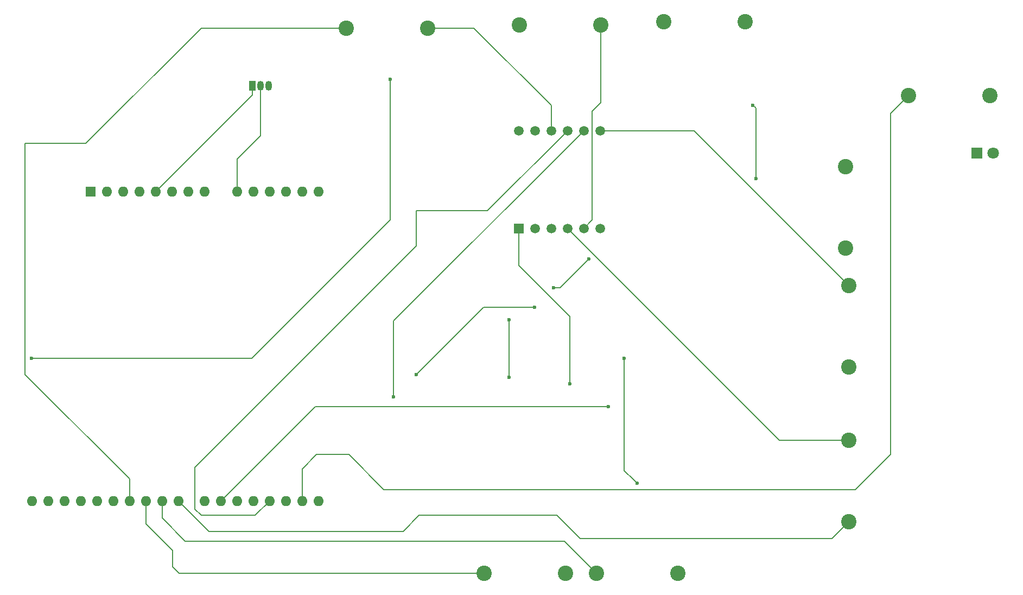
<source format=gbr>
%TF.GenerationSoftware,KiCad,Pcbnew,9.0.4*%
%TF.CreationDate,2025-12-30T13:48:10+01:00*%
%TF.ProjectId,Capteur_temperature,43617074-6575-4725-9f74-656d70657261,rev?*%
%TF.SameCoordinates,Original*%
%TF.FileFunction,Copper,L1,Top*%
%TF.FilePolarity,Positive*%
%FSLAX46Y46*%
G04 Gerber Fmt 4.6, Leading zero omitted, Abs format (unit mm)*
G04 Created by KiCad (PCBNEW 9.0.4) date 2025-12-30 13:48:10*
%MOMM*%
%LPD*%
G01*
G04 APERTURE LIST*
%TA.AperFunction,ComponentPad*%
%ADD10C,2.400000*%
%TD*%
%TA.AperFunction,ComponentPad*%
%ADD11R,1.050000X1.500000*%
%TD*%
%TA.AperFunction,ComponentPad*%
%ADD12O,1.050000X1.500000*%
%TD*%
%TA.AperFunction,ComponentPad*%
%ADD13R,1.800000X1.800000*%
%TD*%
%TA.AperFunction,ComponentPad*%
%ADD14C,1.800000*%
%TD*%
%TA.AperFunction,ComponentPad*%
%ADD15R,1.600000X1.600000*%
%TD*%
%TA.AperFunction,ComponentPad*%
%ADD16O,1.600000X1.600000*%
%TD*%
%TA.AperFunction,ComponentPad*%
%ADD17R,1.500000X1.500000*%
%TD*%
%TA.AperFunction,ComponentPad*%
%ADD18C,1.500000*%
%TD*%
%TA.AperFunction,ViaPad*%
%ADD19C,0.600000*%
%TD*%
%TA.AperFunction,Conductor*%
%ADD20C,0.200000*%
%TD*%
G04 APERTURE END LIST*
D10*
%TO.P,RE1,1*%
%TO.N,Net-(U1-e)*%
X147850000Y-129500000D03*
%TO.P,RE1,2*%
%TO.N,Net-(A1-D10)*%
X135150000Y-129500000D03*
%TD*%
%TO.P,RC1,1*%
%TO.N,Net-(U1-c)*%
X192000000Y-108800000D03*
%TO.P,RC1,2*%
%TO.N,Net-(A1-D8)*%
X192000000Y-121500000D03*
%TD*%
D11*
%TO.P,U2,1,+V_{S}*%
%TO.N,VS*%
X98960000Y-53500000D03*
D12*
%TO.P,U2,2,V_{OUT}*%
%TO.N,V_MESURE*%
X100230000Y-53500000D03*
%TO.P,U2,3,GND*%
%TO.N,GND*%
X101500000Y-53500000D03*
%TD*%
D10*
%TO.P,RLED1,1*%
%TO.N,CONTROL_OUT*%
X201300000Y-55000000D03*
%TO.P,RLED1,2*%
%TO.N,Net-(D1-A)*%
X214000000Y-55000000D03*
%TD*%
D13*
%TO.P,D1,1,K*%
%TO.N,GND*%
X211960000Y-64000000D03*
D14*
%TO.P,D1,2,A*%
%TO.N,Net-(D1-A)*%
X214500000Y-64000000D03*
%TD*%
D10*
%TO.P,RF1,1*%
%TO.N,Net-(U1-f)*%
X126300000Y-44500000D03*
%TO.P,RF1,2*%
%TO.N,Net-(A1-D11)*%
X113600000Y-44500000D03*
%TD*%
%TO.P,RG1,1*%
%TO.N,Net-(U1-g)*%
X153350000Y-44000000D03*
%TO.P,RG1,2*%
%TO.N,Net-(A1-D12)*%
X140650000Y-44000000D03*
%TD*%
D15*
%TO.P,A1,1,NC*%
%TO.N,unconnected-(A1-NC-Pad1)*%
X73720000Y-70000000D03*
D16*
%TO.P,A1,2,IOREF*%
%TO.N,unconnected-(A1-IOREF-Pad2)*%
X76260000Y-70000000D03*
%TO.P,A1,3,~{RESET}*%
%TO.N,unconnected-(A1-~{RESET}-Pad3)*%
X78800000Y-70000000D03*
%TO.P,A1,4,3V3*%
%TO.N,unconnected-(A1-3V3-Pad4)*%
X81340000Y-70000000D03*
%TO.P,A1,5,+5V*%
%TO.N,VS*%
X83880000Y-70000000D03*
%TO.P,A1,6,GND*%
%TO.N,unconnected-(A1-GND-Pad6)*%
X86420000Y-70000000D03*
%TO.P,A1,7,GND*%
%TO.N,unconnected-(A1-GND-Pad7)*%
X88960000Y-70000000D03*
%TO.P,A1,8,VIN*%
%TO.N,unconnected-(A1-VIN-Pad8)*%
X91500000Y-70000000D03*
%TO.P,A1,9,A0*%
%TO.N,V_MESURE*%
X96580000Y-70000000D03*
%TO.P,A1,10,A1*%
%TO.N,unconnected-(A1-A1-Pad10)*%
X99120000Y-70000000D03*
%TO.P,A1,11,A2*%
%TO.N,unconnected-(A1-A2-Pad11)*%
X101660000Y-70000000D03*
%TO.P,A1,12,A3*%
%TO.N,unconnected-(A1-A3-Pad12)*%
X104200000Y-70000000D03*
%TO.P,A1,13,SDA/A4*%
%TO.N,unconnected-(A1-SDA{slash}A4-Pad13)*%
X106740000Y-70000000D03*
%TO.P,A1,14,SCL/A5*%
%TO.N,unconnected-(A1-SCL{slash}A5-Pad14)*%
X109280000Y-70000000D03*
%TO.P,A1,15,D0/RX*%
%TO.N,unconnected-(A1-D0{slash}RX-Pad15)*%
X109280000Y-118260000D03*
%TO.P,A1,16,D1/TX*%
%TO.N,CONTROL_OUT*%
X106740000Y-118260000D03*
%TO.P,A1,17,D2*%
%TO.N,DIG1*%
X104200000Y-118260000D03*
%TO.P,A1,18,D3*%
%TO.N,DIG2*%
X101660000Y-118260000D03*
%TO.P,A1,19,D4*%
%TO.N,DIG3*%
X99120000Y-118260000D03*
%TO.P,A1,20,D5*%
%TO.N,DIG4*%
X96580000Y-118260000D03*
%TO.P,A1,21,D6*%
%TO.N,Net-(A1-D6)*%
X94040000Y-118260000D03*
%TO.P,A1,22,D7*%
%TO.N,Net-(A1-D7)*%
X91500000Y-118260000D03*
%TO.P,A1,23,D8*%
%TO.N,Net-(A1-D8)*%
X87440000Y-118260000D03*
%TO.P,A1,24,D9*%
%TO.N,Net-(A1-D9)*%
X84900000Y-118260000D03*
%TO.P,A1,25,D10*%
%TO.N,Net-(A1-D10)*%
X82360000Y-118260000D03*
%TO.P,A1,26,D11*%
%TO.N,Net-(A1-D11)*%
X79820000Y-118260000D03*
%TO.P,A1,27,D12*%
%TO.N,Net-(A1-D12)*%
X77280000Y-118260000D03*
%TO.P,A1,28,D13*%
%TO.N,Net-(A1-D13)*%
X74740000Y-118260000D03*
%TO.P,A1,29,GND*%
%TO.N,unconnected-(A1-GND-Pad29)*%
X72200000Y-118260000D03*
%TO.P,A1,30,AREF*%
%TO.N,unconnected-(A1-AREF-Pad30)*%
X69660000Y-118260000D03*
%TO.P,A1,31,SDA/A4*%
%TO.N,unconnected-(A1-SDA{slash}A4-Pad31)*%
X67120000Y-118260000D03*
%TO.P,A1,32,SCL/A5*%
%TO.N,unconnected-(A1-SCL{slash}A5-Pad32)*%
X64580000Y-118260000D03*
%TD*%
D17*
%TO.P,U1,1,e*%
%TO.N,Net-(U1-e)*%
X140500000Y-75740000D03*
D18*
%TO.P,U1,2,d*%
%TO.N,Net-(U1-d)*%
X143040000Y-75740000D03*
%TO.P,U1,3,DPX*%
%TO.N,Net-(U1-DPX)*%
X145580000Y-75740000D03*
%TO.P,U1,4,c*%
%TO.N,Net-(U1-c)*%
X148120000Y-75740000D03*
%TO.P,U1,5,g*%
%TO.N,Net-(U1-g)*%
X150660000Y-75740000D03*
%TO.P,U1,6,CC4*%
%TO.N,DIG4*%
X153200000Y-75740000D03*
%TO.P,U1,7,b*%
%TO.N,Net-(U1-b)*%
X153200000Y-60500000D03*
%TO.P,U1,8,CC3*%
%TO.N,DIG3*%
X150660000Y-60500000D03*
%TO.P,U1,9,CC2*%
%TO.N,DIG2*%
X148120000Y-60500000D03*
%TO.P,U1,10,f*%
%TO.N,Net-(U1-f)*%
X145580000Y-60500000D03*
%TO.P,U1,11,a*%
%TO.N,Net-(U1-a)*%
X143040000Y-60500000D03*
%TO.P,U1,12,CC1*%
%TO.N,DIG1*%
X140500000Y-60500000D03*
%TD*%
D10*
%TO.P,RD1,1*%
%TO.N,Net-(U1-d)*%
X165350000Y-129500000D03*
%TO.P,RD1,2*%
%TO.N,Net-(A1-D9)*%
X152650000Y-129500000D03*
%TD*%
%TO.P,RB1,1*%
%TO.N,Net-(U1-b)*%
X192000000Y-84650000D03*
%TO.P,RB1,2*%
%TO.N,Net-(A1-D7)*%
X192000000Y-97350000D03*
%TD*%
%TO.P,RA1,1*%
%TO.N,Net-(U1-a)*%
X191500000Y-66150000D03*
%TO.P,RA1,2*%
%TO.N,Net-(A1-D6)*%
X191500000Y-78850000D03*
%TD*%
%TO.P,R_DP1,1*%
%TO.N,Net-(U1-DPX)*%
X175850000Y-43500000D03*
%TO.P,R_DP1,2*%
%TO.N,Net-(A1-D13)*%
X163150000Y-43500000D03*
%TD*%
D19*
%TO.N,DIG4*%
X146000000Y-85000000D03*
X143000000Y-88000000D03*
X124500000Y-98500000D03*
X151500000Y-80500000D03*
%TO.N,Net-(A1-D13)*%
X120500000Y-52500000D03*
X64500000Y-96000000D03*
%TO.N,DIG1*%
X139000000Y-99000000D03*
X139000000Y-90000000D03*
%TO.N,DIG3*%
X121000000Y-102000000D03*
%TO.N,Net-(A1-D6)*%
X154500000Y-103500000D03*
%TO.N,Net-(U1-d)*%
X157000000Y-96000000D03*
X159000000Y-115500000D03*
%TO.N,Net-(U1-e)*%
X148500000Y-100000000D03*
%TO.N,Net-(U1-DPX)*%
X177000000Y-56500000D03*
X177500000Y-68000000D03*
%TD*%
D20*
%TO.N,DIG4*%
X135000000Y-88000000D02*
X143000000Y-88000000D01*
X147000000Y-85000000D02*
X151500000Y-80500000D01*
X146000000Y-85000000D02*
X147000000Y-85000000D01*
X124500000Y-98500000D02*
X135000000Y-88000000D01*
%TO.N,CONTROL_OUT*%
X106740000Y-113260000D02*
X106740000Y-118260000D01*
X193000000Y-116500000D02*
X119500000Y-116500000D01*
X198500000Y-57800000D02*
X198500000Y-111000000D01*
X119500000Y-116500000D02*
X114000000Y-111000000D01*
X198500000Y-111000000D02*
X193000000Y-116500000D01*
X201300000Y-55000000D02*
X198500000Y-57800000D01*
X109000000Y-111000000D02*
X106740000Y-113260000D01*
X114000000Y-111000000D02*
X109000000Y-111000000D01*
%TO.N,V_MESURE*%
X100230000Y-61270000D02*
X96580000Y-64920000D01*
X96580000Y-64920000D02*
X96580000Y-70000000D01*
X100230000Y-53500000D02*
X100230000Y-61270000D01*
%TO.N,Net-(A1-D8)*%
X125000000Y-120500000D02*
X122500000Y-123000000D01*
X150099000Y-124099000D02*
X146500000Y-120500000D01*
X122500000Y-123000000D02*
X92180000Y-123000000D01*
X189401000Y-124099000D02*
X150099000Y-124099000D01*
X92180000Y-123000000D02*
X87440000Y-118260000D01*
X146500000Y-120500000D02*
X125000000Y-120500000D01*
X192000000Y-121500000D02*
X189401000Y-124099000D01*
%TO.N,VS*%
X98960000Y-54920000D02*
X83880000Y-70000000D01*
X98960000Y-53500000D02*
X98960000Y-54920000D01*
%TO.N,DIG2*%
X124500000Y-73000000D02*
X124500000Y-78500000D01*
X90000000Y-119500000D02*
X91000000Y-120500000D01*
X124500000Y-78500000D02*
X90000000Y-113000000D01*
X90000000Y-113000000D02*
X90000000Y-119500000D01*
X91000000Y-120500000D02*
X99420000Y-120500000D01*
X99420000Y-120500000D02*
X101660000Y-118260000D01*
X135620000Y-73000000D02*
X124500000Y-73000000D01*
X148120000Y-60500000D02*
X135620000Y-73000000D01*
%TO.N,Net-(A1-D13)*%
X120500000Y-52500000D02*
X120500000Y-74374900D01*
X120500000Y-74374900D02*
X98874900Y-96000000D01*
X98874900Y-96000000D02*
X64500000Y-96000000D01*
%TO.N,Net-(A1-D11)*%
X73000000Y-62500000D02*
X63500000Y-62500000D01*
X91000000Y-44500000D02*
X73000000Y-62500000D01*
X63500000Y-62500000D02*
X63500000Y-98500000D01*
X113600000Y-44500000D02*
X91000000Y-44500000D01*
X63500000Y-98500000D02*
X79820000Y-114820000D01*
X79820000Y-114820000D02*
X79820000Y-118260000D01*
%TO.N,Net-(A1-D10)*%
X135150000Y-129500000D02*
X87500000Y-129500000D01*
X86500000Y-128500000D02*
X86500000Y-126000000D01*
X82360000Y-121860000D02*
X82360000Y-118260000D01*
X87500000Y-129500000D02*
X86500000Y-128500000D01*
X86500000Y-126000000D02*
X82360000Y-121860000D01*
%TO.N,DIG1*%
X139000000Y-90000000D02*
X139000000Y-99000000D01*
%TO.N,DIG3*%
X121000000Y-90160000D02*
X121000000Y-102000000D01*
X150660000Y-60500000D02*
X121000000Y-90160000D01*
%TO.N,Net-(A1-D9)*%
X84900000Y-118260000D02*
X84900000Y-120900000D01*
X147650000Y-124500000D02*
X152650000Y-129500000D01*
X88500000Y-124500000D02*
X147650000Y-124500000D01*
X84900000Y-120900000D02*
X88500000Y-124500000D01*
%TO.N,Net-(A1-D6)*%
X108800000Y-103500000D02*
X154500000Y-103500000D01*
X94040000Y-118260000D02*
X108800000Y-103500000D01*
%TO.N,Net-(U1-b)*%
X167850000Y-60500000D02*
X192000000Y-84650000D01*
X153200000Y-60500000D02*
X167850000Y-60500000D01*
%TO.N,Net-(U1-c)*%
X148120000Y-75740000D02*
X181180000Y-108800000D01*
X181180000Y-108800000D02*
X192000000Y-108800000D01*
%TO.N,Net-(U1-d)*%
X158500000Y-115000000D02*
X159000000Y-115500000D01*
X157000000Y-96000000D02*
X157000000Y-113500000D01*
X157000000Y-113500000D02*
X158500000Y-115000000D01*
%TO.N,Net-(U1-e)*%
X140500000Y-81500000D02*
X140500000Y-75740000D01*
X148500000Y-89500000D02*
X140500000Y-81500000D01*
X148500000Y-100000000D02*
X148500000Y-89500000D01*
%TO.N,Net-(U1-f)*%
X145580000Y-60500000D02*
X145580000Y-56580000D01*
X145580000Y-56580000D02*
X133500000Y-44500000D01*
X133500000Y-44500000D02*
X126300000Y-44500000D01*
%TO.N,Net-(U1-g)*%
X153350000Y-44000000D02*
X153350000Y-56150000D01*
X152000000Y-74400000D02*
X150660000Y-75740000D01*
X152000000Y-57500000D02*
X152000000Y-74400000D01*
X153350000Y-56150000D02*
X152000000Y-57500000D01*
%TO.N,Net-(U1-DPX)*%
X177000000Y-56500000D02*
X177500000Y-57000000D01*
X177500000Y-57000000D02*
X177500000Y-68000000D01*
%TD*%
M02*

</source>
